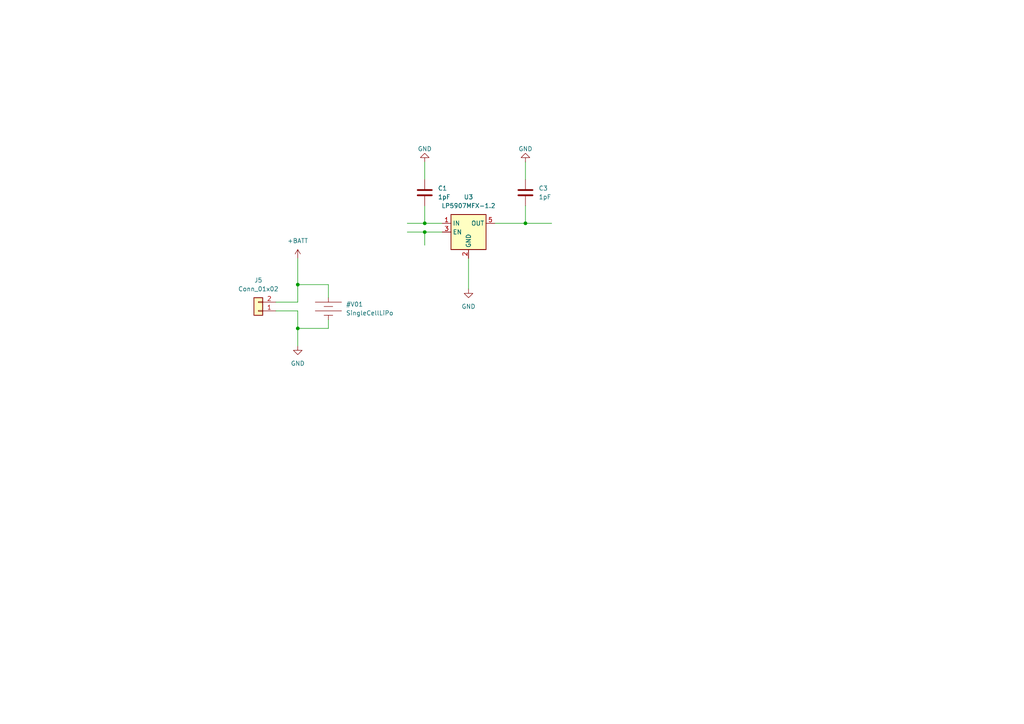
<source format=kicad_sch>
(kicad_sch (version 20230121) (generator eeschema)
  (paper "A4")
  (lib_symbols
    (symbol "Connector_Generic:Conn_01x02" (pin_names (offset 1.016) hide)
      (property "Reference" "J" (at 0 2.54 0))
      (property "Value" "Conn_01x02" (at 0 -5.08 0))
      (symbol "Conn_01x02_1_1"
        (rectangle (start -1.27 -2.413) (end 0 -2.667) (stroke (width 0.1524)))
        (rectangle (start -1.27 0.127) (end 0 -0.127) (stroke (width 0.1524)))
        (rectangle (start -1.27 1.27) (end 1.27 -3.81) (stroke (width 0.254)) (fill (type background)))
        (pin passive line (at -5.08 0 0) (length 3.81) (name "Pin_1") (number "1"))
        (pin passive line (at -5.08 -2.54 0) (length 3.81) (name "Pin_2") (number "2"))
      )
    )
    (symbol "Device:C" (pin_numbers hide) (pin_names (offset 0.254))
      (property "Reference" "C" (at 0.635 2.54 0))
      (property "Value" "C" (at 0.635 -2.54 0))
      (symbol "C_0_1"
        (polyline (pts (xy -2.032 -0.762) (xy 2.032 -0.762)) (stroke (width 0.508)))
        (polyline (pts (xy -2.032 0.762) (xy 2.032 0.762)) (stroke (width 0.508)))
      )
      (symbol "C_1_1"
        (pin passive line (at 0 3.81 270) (length 2.794) (name "~") (number "1"))
        (pin passive line (at 0 -3.81 90) (length 2.794) (name "~") (number "2"))
      )
    )
    (symbol "Regulator_Linear:LP5907MFX-1.2"
      (property "Reference" "U" (at -3.81 6.35 0))
      (property "Value" "LP5907MFX-1.2" (at 6.35 6.35 0))
      (symbol "LP5907MFX-1.2_0_1"
        (rectangle (start -5.08 -5.08) (end 5.08 5.08) (stroke (width 0.254)) (fill (type background)))
        (pin power_in line (at -7.62 2.54 0) (length 2.54) (name "IN") (number "1"))
        (pin power_in line (at 0 -7.62 90) (length 2.54) (name "GND") (number "2"))
        (pin input line (at -7.62 0 0) (length 2.54) (name "EN") (number "3"))
        (pin no_connect line (at 5.08 0 180) (length 2.54) hide (name "NC") (number "4"))
        (pin power_out line (at 7.62 2.54 180) (length 2.54) (name "OUT") (number "5"))
      )
    )
    (symbol "minimouse:SingleCellLiPo" (power) (pin_numbers hide) (pin_names hide) (in_bom no) (on_board no)
      (property "Reference" "V" (at 1.8796 0.3048 0))
      (property "Value" "SingleCellLiPo" (at -11.43 1.27 0))
      (symbol "SingleCellLiPo_0_1"
        (polyline (pts (xy -3.81 0) (xy 3.81 0)))
        (polyline (pts (xy -3.81 2.54) (xy 3.81 2.54)))
        (polyline (pts (xy -1.27 -1.27) (xy 1.27 -1.27)))
        (polyline (pts (xy -1.27 1.27) (xy 1.27 1.27)))
      )
      (symbol "SingleCellLiPo_1_1"
        (pin power_out line (at 0 -2.54 90) (length 1.27) (name "+") (number ""))
        (pin power_out line (at 0 3.81 270) (length 1.27) (name "+") (number ""))
      )
    )
    (symbol "power:+BATT" (power) (pin_names (offset 0))
      (property "Value" "+BATT" (at 0 3.556 0))
      (symbol "+BATT_0_1"
        (polyline (pts (xy -0.762 1.27) (xy 0 2.54)))
        (polyline (pts (xy 0 0) (xy 0 2.54)))
        (polyline (pts (xy 0 2.54) (xy 0.762 1.27)))
      )
      (symbol "+BATT_1_1"
        (pin power_in line (at 0 0 90) (length 0) hide (name "+BATT") (number "1"))
      )
    )
    (symbol "power:GND" (power) (pin_names (offset 0))
      (property "Value" "GND" (at 0 -3.81 0))
      (symbol "GND_0_1"
        (polyline (pts (xy 0 0) (xy 0 -1.27) (xy 1.27 -1.27) (xy 0 -2.54) (xy -1.27 -1.27) (xy 0 -1.27)))
      )
      (symbol "GND_1_1"
        (pin power_in line (at 0 0 270) (length 0) hide (name "GND") (number "1"))
      )
    )
  )
  (junction (at 86.36 82.55))
  (junction (at 123.19 67.31))
  (junction (at 123.19 64.77))
  (junction (at 152.4 64.77))
  (junction (at 86.36 95.25))
  (wire (pts (xy 118.11 64.77) (xy 123.19 64.77)))
  (wire (pts (xy 86.36 90.17) (xy 86.36 95.25)))
  (wire (pts (xy 152.4 46.99) (xy 152.4 52.07)))
  (wire (pts (xy 95.25 82.55) (xy 86.36 82.55)))
  (wire (pts (xy 86.36 74.93) (xy 86.36 82.55)))
  (wire (pts (xy 95.25 86.36) (xy 95.25 82.55)))
  (wire (pts (xy 152.4 64.77) (xy 160.02 64.77)))
  (wire (pts (xy 123.19 59.69) (xy 123.19 64.77)))
  (wire (pts (xy 95.25 92.71) (xy 95.25 95.25)))
  (wire (pts (xy 80.01 87.63) (xy 86.36 87.63)))
  (wire (pts (xy 118.11 67.31) (xy 123.19 67.31)))
  (wire (pts (xy 86.36 95.25) (xy 86.36 100.33)))
  (wire (pts (xy 95.25 95.25) (xy 86.36 95.25)))
  (wire (pts (xy 123.19 67.31) (xy 128.27 67.31)))
  (wire (pts (xy 86.36 82.55) (xy 86.36 87.63)))
  (wire (pts (xy 135.89 74.93) (xy 135.89 83.82)))
  (wire (pts (xy 143.51 64.77) (xy 152.4 64.77)))
  (wire (pts (xy 123.19 67.31) (xy 123.19 71.12)))
  (wire (pts (xy 152.4 59.69) (xy 152.4 64.77)))
  (wire (pts (xy 123.19 64.77) (xy 128.27 64.77)))
  (wire (pts (xy 123.19 46.99) (xy 123.19 52.07)))
  (wire (pts (xy 80.01 90.17) (xy 86.36 90.17)))
  (symbol (lib_id "power:GND") (at 152.4 46.99 180) (unit 1)
    (property "Reference" "#PWR011" (effects hide))
    (property "Value" "GND" (at 152.4 43.18 0))
  )
  (symbol (lib_id "power:+BATT") (at 86.36 74.93 0) (unit 1)
    (property "Reference" "#PWR036" (effects hide))
    (property "Value" "+BATT" (at 86.36 69.85 0))
  )
  (symbol (lib_id "power:GND") (at 123.19 46.99 180) (unit 1)
    (property "Reference" "#PWR09" (effects hide))
    (property "Value" "GND" (at 123.19 43.18 0))
  )
  (symbol (lib_id "Device:C") (at 123.19 55.88 0) (unit 1)
    (property "Reference" "C1" (at 127 54.61 0) (effects (justify left)))
    (property "Value" "1pF" (at 127 57.15 0) (effects (justify left)))
    (property "Footprint" "Capacitor_SMD:C_0603_1608Metric" (effects hide))
  )
  (symbol (lib_id "minimouse:SingleCellLiPo") (at 95.25 90.17 0) (unit 1) (in_bom no) (on_board no)
    (property "Reference" "#V01" (at 100.33 88.265 0) (effects (justify left)))
    (property "Value" "SingleCellLiPo" (at 100.33 90.805 0) (effects (justify left)))
  )
  (symbol (lib_id "Device:C") (at 152.4 55.88 0) (unit 1)
    (property "Reference" "C3" (at 156.21 54.61 0) (effects (justify left)))
    (property "Value" "1pF" (at 156.21 57.15 0) (effects (justify left)))
    (property "Footprint" "Capacitor_SMD:C_0603_1608Metric" (effects hide))
  )
  (symbol (lib_id "Regulator_Linear:LP5907MFX-1.2") (at 135.89 67.31 0) (unit 1)
    (property "Reference" "U3" (at 135.89 57.15 0))
    (property "Value" "LP5907MFX-1.2" (at 135.89 59.69 0))
    (property "Footprint" "Package_TO_SOT_SMD:SOT-23-5" (effects hide))
    (property "Datasheet" "http://www.ti.com/lit/ds/symlink/lp5907.pdf" (effects hide))
  )
  (symbol (lib_id "Connector_Generic:Conn_01x02") (at 74.93 90.17 180) (unit 1)
    (property "Reference" "J5" (at 74.93 81.28 0))
    (property "Value" "Conn_01x02" (at 74.93 83.82 0))
    (property "Footprint" "Connector_PinHeader_2.54mm:PinHeader_1x02_P2.54mm_Vertical" (effects hide))
  )
  (symbol (lib_id "power:GND") (at 135.89 83.82 0) (unit 1)
    (property "Reference" "#PWR08" (effects hide))
    (property "Value" "GND" (at 135.89 88.9 0))
  )
  (symbol (lib_id "power:GND") (at 86.36 100.33 0) (unit 1)
    (property "Reference" "#PWR037" (effects hide))
    (property "Value" "GND" (at 86.36 105.41 0))
  )
)
</source>
